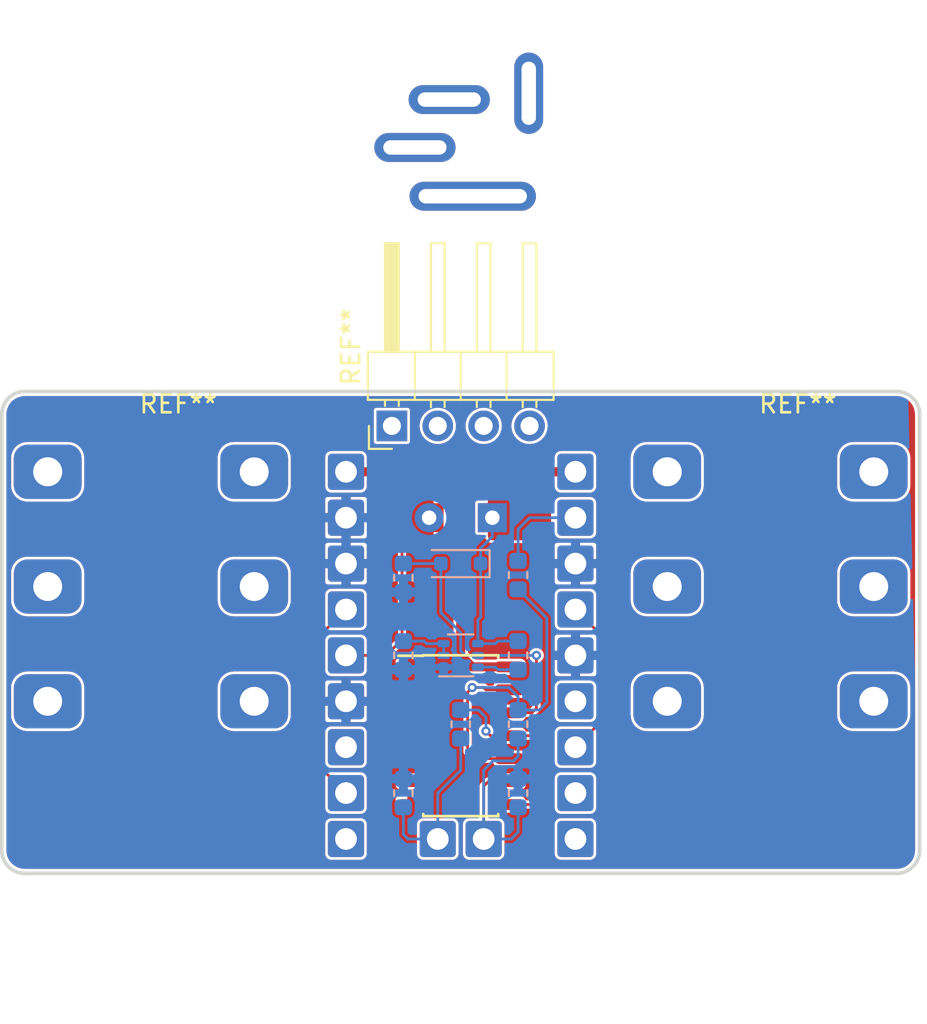
<source format=kicad_pcb>
(kicad_pcb (version 20171130) (host pcbnew "(5.0.2)-1")
  (layers (0 F.Cu signal) (31 B.Cu signal) (34 B.Paste user) (35 F.Paste user) (36 B.SilkS user) (37 F.SilkS user) (38 B.Mask user) (39 F.Mask user) (44 Edge.Cuts user))
  (net 0 "")
  (net 1 GND)
  (net 2 "Net-(Q1-Pad2)")
  (net 3 "Net-(D2-Pad2)")
  (net 4 "Net-(Q1-Pad6)")
  (net 5 /SW_2)
  (net 6 "Net-(R1-Pad2)")
  (net 7 /SW_1)
  (net 8 "Net-(R2-Pad1)")
  (net 9 +9.0VDC)
  (net 10 /LED_-)
  (net 11 /IN)
  (net 12 /SND)
  (net 13 /RTN)
  (net 14 /OUT)
  (net 15 "Net-(C3-Pad1)")
  (net 16 /CAP_-)
  (net 17 "Net-(J2-Pad2)")
  (net 18 "Net-(U1-Pad4)")
  (net 19 "Net-(U1-Pad6)")
  (net 20 "Net-(U1-Pad2)")
  (net 21 "Net-(J2-Pad5)")
  (net 22 "Net-(J1-Pad5)")
  (module SA_Jacks_Audio:Neutrik_NRJ6HM-1 (layer F.Cu) (at 140.58 84.15)
    (fp_text reference REF** (at 0 1) (layer F.SilkS))
    (fp_text value Neutrik_NRJ6HM-1)
    (pad SN thru_hole roundrect (at 4.2 4.75) (size 3.75 3) (drill 1.6) (layers *.Cu *.Mask))
    (pad RN thru_hole roundrect (at 4.2 11.1) (size 3.75 3) (drill 1.6) (layers *.Cu *.Mask))
    (pad TN thru_hole roundrect (at 4.2 17.45) (size 3.75 3) (drill 1.6) (layers *.Cu *.Mask))
    (pad T thru_hole roundrect (at -7.23 17.45) (size 3.75 3) (drill 1.6) (layers *.Cu *.Mask) (net 11 /IN))
    (pad R thru_hole roundrect (at -7.23 11.1) (size 3.75 3) (drill 1.6) (layers *.Cu *.Mask))
    (pad S thru_hole roundrect (at -7.23 4.75) (size 3.75 3) (drill 1.6) (layers *.Cu *.Mask))
    (pad CHASSIS thru_hole roundrect (at -7.23 4.75) (size 3.75 3) (drill 1.6) (layers *.Cu *.Mask))
  )
  (module SA_Capacitors_SMD:Nichicon_UWT1E101MCL1GS_100uF_25V_6.3x7.7mm (layer F.Cu) (at 156.21 91.44 180)
    (fp_text reference C3 hide)
    (fp_text value Nichicon_UWT_100uF_25V)
    (pad 1 smd roundrect (at -2.7 0 180) (size 3.5 1.6) (layers F.Cu F.Paste F.Mask) (roundrect_rratio 0.15625) (net 15 "Net-(C3-Pad1)"))
    (pad 2 smd roundrect (at 2.7 0 180) (size 3.5 1.6) (layers F.Cu F.Paste F.Mask) (roundrect_rratio 0.15625) (net 16 /CAP_-))
  )
  (module SA_Capacitors_THT:Capacitor_Electrolytic_Radial_D8.0_H11.5_P3.5 (layer F.Cu) (at 156.21 91.44 180)
    (fp_text reference C5 hide)
    (fp_text value CP_220uF_25V_D8.0_H11.5_P3.5)
    (pad 1 thru_hole rect (at -1.75 0 180) (size 1.6 1.6) (drill 0.8) (layers *.Cu *.Mask) (net 15 "Net-(C3-Pad1)"))
    (pad 2 thru_hole circle (at 1.75 0 180) (size 1.6 1.6) (drill 0.8) (layers *.Cu *.Mask) (net 16 /CAP_-))
  )
  (module SA_Capacitors_SMD:Nichicon_UWT1E221MNL1GS_220uF_25V_8.0x10.0mm (layer F.Cu) (at 156.21 91.44 180)
    (fp_text reference C4 hide)
    (fp_text value Nichicon_UWT_220uF_25V)
    (pad 1 smd roundrect (at -3.25 0 180) (size 3.5 2.5) (layers F.Cu F.Paste F.Mask) (roundrect_rratio 0.1) (net 15 "Net-(C3-Pad1)"))
    (pad 2 smd roundrect (at 3.25 0 180) (size 3.5 2.5) (layers F.Cu F.Paste F.Mask) (roundrect_rratio 0.1) (net 16 /CAP_-))
  )
  (module SA_Connectors_Wire:Wire_Pad_2x_1.0mm_Hole_1.5_Annular_2.54mm_Pitch (layer F.Cu) (at 149.86 90.17 270)
    (fp_text reference J3 hide)
    (fp_text value Conn_01x02 hide)
    (pad 1 thru_hole roundrect (at -1.27 0 270) (size 2 2) (drill 1.2) (layers *.Cu *.Mask) (roundrect_rratio 0.1) (net 9 +9.0VDC))
    (pad 2 thru_hole roundrect (at 1.27 0 270) (size 2 2) (drill 1.2) (layers *.Cu *.Mask) (roundrect_rratio 0.1) (net 1 GND))
  )
  (module SA_Connectors_Wire:Wire_Pad_2x_1.0mm_Hole_1.5_Annular_2.54mm_Pitch (layer F.Cu) (at 149.86 95.25 90)
    (fp_text reference J4 hide)
    (fp_text value Conn_01x02 hide)
    (pad 2 thru_hole roundrect (at 1.27 0 90) (size 2 2) (drill 1.2) (layers *.Cu *.Mask) (roundrect_rratio 0.1) (net 1 GND))
    (pad 1 thru_hole roundrect (at -1.27 0 90) (size 2 2) (drill 1.2) (layers *.Cu *.Mask) (roundrect_rratio 0.1) (net 11 /IN))
  )
  (module SA_Connectors_Wire:Wire_Pad_2x_1.0mm_Hole_1.5_Annular_2.54mm_Pitch (layer F.Cu) (at 162.56 95.25 90)
    (fp_text reference J5 hide)
    (fp_text value Conn_01x02 hide)
    (pad 1 thru_hole roundrect (at -1.27 0 90) (size 2 2) (drill 1.2) (layers *.Cu *.Mask) (roundrect_rratio 0.1) (net 14 /OUT))
    (pad 2 thru_hole roundrect (at 1.27 0 90) (size 2 2) (drill 1.2) (layers *.Cu *.Mask) (roundrect_rratio 0.1) (net 1 GND))
  )
  (module SA_Connectors_Wire:Wire_Pad_2x_1.0mm_Hole_1.5_Annular_2.54mm_Pitch (layer F.Cu) (at 156.21 109.22 180)
    (fp_text reference SW1 hide)
    (fp_text value SW_Push hide)
    (pad 1 thru_hole roundrect (at -1.27 0 180) (size 2 2) (drill 1.2) (layers *.Cu *.Mask) (roundrect_rratio 0.1) (net 5 /SW_2))
    (pad 2 thru_hole roundrect (at 1.27 0 180) (size 2 2) (drill 1.2) (layers *.Cu *.Mask) (roundrect_rratio 0.1) (net 7 /SW_1))
  )
  (module Connector_PinHeader_2.54mm:PinHeader_1x05_P2.54mm_Vertical (layer F.Cu) (at 162.56 99.06)
    (fp_text reference J2 hide)
    (fp_text value PinHeader_1x05_P2.54mm_Vertical_Bottom hide)
    (pad 5 thru_hole roundrect (at 0 10.16) (size 2 2) (drill 1.2) (layers *.Cu *.Mask) (roundrect_rratio 0.1) (net 21 "Net-(J2-Pad5)"))
    (pad 4 thru_hole roundrect (at 0 7.62) (size 2 2) (drill 1.2) (layers *.Cu *.Mask) (roundrect_rratio 0.1) (net 13 /RTN))
    (pad 3 thru_hole roundrect (at 0 5.08) (size 2 2) (drill 1.2) (layers *.Cu *.Mask) (roundrect_rratio 0.1) (net 14 /OUT))
    (pad 2 thru_hole roundrect (at 0 2.54) (size 2 2) (drill 1.2) (layers *.Cu *.Mask) (roundrect_rratio 0.1) (net 17 "Net-(J2-Pad2)"))
    (pad 1 thru_hole roundrect (at 0 0) (size 2 2) (drill 1.2) (layers *.Cu *.Mask) (roundrect_rratio 0.1) (net 1 GND))
  )
  (module Connector_PinHeader_2.54mm:PinHeader_1x05_P2.54mm_Vertical (layer F.Cu) (at 149.86 99.06)
    (fp_text reference J1 hide)
    (fp_text value PinHeader_1x05_P2.54mm_Vertical_Bottom hide)
    (pad 1 thru_hole roundrect (at 0 0) (size 2 2) (drill 1.2) (layers *.Cu *.Mask) (roundrect_rratio 0.1) (net 16 /CAP_-))
    (pad 2 thru_hole roundrect (at 0 2.54) (size 2 2) (drill 1.2) (layers *.Cu *.Mask) (roundrect_rratio 0.1) (net 1 GND))
    (pad 3 thru_hole roundrect (at 0 5.08) (size 2 2) (drill 1.2) (layers *.Cu *.Mask) (roundrect_rratio 0.1) (net 12 /SND))
    (pad 4 thru_hole roundrect (at 0 7.62) (size 2 2) (drill 1.2) (layers *.Cu *.Mask) (roundrect_rratio 0.1) (net 11 /IN))
    (pad 5 thru_hole roundrect (at 0 10.16) (size 2 2) (drill 1.2) (layers *.Cu *.Mask) (roundrect_rratio 0.1) (net 22 "Net-(J1-Pad5)"))
  )
  (module SA_CMOS_Logic_SMD:Texas_Instruments_CD40106BM_SOIC-14 (layer F.Cu) (at 156.21 103.505)
    (fp_text reference U1 hide)
    (fp_text value Texas_Instruments_CD40106BM)
    (fp_line (start -2.075 -4.45) (end -2.075 -4.425) (layer F.SilkS) (width 0.15))
    (fp_line (start 2.075 -4.45) (end 2.075 -4.335) (layer F.SilkS) (width 0.15))
    (fp_line (start 2.075 4.45) (end 2.075 4.335) (layer F.SilkS) (width 0.15))
    (fp_line (start -2.075 4.45) (end -2.075 4.335) (layer F.SilkS) (width 0.15))
    (fp_line (start -2.075 -4.45) (end 2.075 -4.45) (layer F.SilkS) (width 0.15))
    (fp_line (start -2.075 4.45) (end 2.075 4.45) (layer F.SilkS) (width 0.15))
    (fp_line (start -2.075 -4.425) (end -3.45 -4.425) (layer F.SilkS) (width 0.15))
    (pad 1 smd roundrect (at -2.7 -3.81) (size 1.5 0.6) (layers F.Cu F.Paste F.Mask) (net 1 GND))
    (pad 2 smd roundrect (at -2.7 -2.54) (size 1.5 0.6) (layers F.Cu F.Paste F.Mask) (net 20 "Net-(U1-Pad2)"))
    (pad 3 smd roundrect (at -2.7 -1.27) (size 1.5 0.6) (layers F.Cu F.Paste F.Mask) (net 1 GND))
    (pad 4 smd roundrect (at -2.7 0) (size 1.5 0.6) (layers F.Cu F.Paste F.Mask) (net 18 "Net-(U1-Pad4)"))
    (pad 5 smd roundrect (at -2.7 1.27) (size 1.5 0.6) (layers F.Cu F.Paste F.Mask) (net 1 GND))
    (pad 6 smd roundrect (at -2.7 2.54) (size 1.5 0.6) (layers F.Cu F.Paste F.Mask) (net 19 "Net-(U1-Pad6)"))
    (pad 7 smd roundrect (at -2.7 3.81) (size 1.5 0.6) (layers F.Cu F.Paste F.Mask) (net 1 GND))
    (pad 8 smd roundrect (at 2.7 3.81) (size 1.5 0.6) (layers F.Cu F.Paste F.Mask) (net 8 "Net-(R2-Pad1)"))
    (pad 9 smd roundrect (at 2.7 2.54) (size 1.5 0.6) (layers F.Cu F.Paste F.Mask) (net 5 /SW_2))
    (pad 10 smd roundrect (at 2.7 1.27) (size 1.5 0.6) (layers F.Cu F.Paste F.Mask) (net 6 "Net-(R1-Pad2)"))
    (pad 11 smd roundrect (at 2.7 0) (size 1.5 0.6) (layers F.Cu F.Paste F.Mask) (net 8 "Net-(R2-Pad1)"))
    (pad 12 smd roundrect (at 2.7 -1.27) (size 1.5 0.6) (layers F.Cu F.Paste F.Mask) (net 3 "Net-(D2-Pad2)"))
    (pad 13 smd roundrect (at 2.7 -2.54) (size 1.5 0.6) (layers F.Cu F.Paste F.Mask) (net 6 "Net-(R1-Pad2)"))
    (pad 14 smd roundrect (at 2.7 -3.81) (size 1.5 0.6) (layers F.Cu F.Paste F.Mask) (net 9 +9.0VDC))
  )
  (module SA_Capacitors_SMD:C_0603_1608M (layer B.Cu) (at 153.035 106.68 90)
    (fp_text reference C2 hide)
    (fp_text value C)
    (fp_line (start -0.162779 -0.51) (end 0.162779 -0.51) (layer B.SilkS) (width 0.12))
    (fp_line (start -0.162779 0.51) (end 0.162779 0.51) (layer B.SilkS) (width 0.12))
    (pad 2 smd roundrect (at 0.7875 0 90) (size 0.875 0.95) (layers B.Cu B.Paste B.Mask) (net 1 GND))
    (pad 1 smd roundrect (at -0.7875 0 90) (size 0.875 0.95) (layers B.Cu B.Paste B.Mask) (net 7 /SW_1))
  )
  (module SA_Capacitors_SMD:C_0603_1608M (layer B.Cu) (at 159.385 106.68 90)
    (fp_text reference C1 hide)
    (fp_text value C)
    (fp_line (start -0.162779 0.51) (end 0.162779 0.51) (layer B.SilkS) (width 0.12))
    (fp_line (start -0.162779 -0.51) (end 0.162779 -0.51) (layer B.SilkS) (width 0.12))
    (pad 1 smd roundrect (at -0.7875 0 90) (size 0.875 0.95) (layers B.Cu B.Paste B.Mask) (net 5 /SW_2))
    (pad 2 smd roundrect (at 0.7875 0 90) (size 0.875 0.95) (layers B.Cu B.Paste B.Mask) (net 1 GND))
  )
  (module SA_Connectors_Wire:Wire_Pad_2x_1.0mm_Hole_1.5_Annular (layer F.Cu) (at 162.56 90.17 90)
    (fp_text reference D1 hide)
    (fp_text value LED_INDICATOR hide)
    (pad 1 thru_hole roundrect (at -1.27 0 90) (size 2 2) (drill 1.2) (layers *.Cu *.Mask) (roundrect_rratio 0.1) (net 10 /LED_-))
    (pad 2 thru_hole roundrect (at 1.27 0 90) (size 2 2) (drill 1.2) (layers *.Cu *.Mask) (roundrect_rratio 0.1) (net 9 +9.0VDC))
  )
  (module SA_Diodes_SMD:ON_Semi_1N4148WS_SOD-323F-2 (layer B.Cu) (at 156.21 93.98 180)
    (fp_text reference D2 hide)
    (fp_text value ON_Semi_1N4148WS)
    (fp_line (start -1.6 0.75) (end 1.6 0.75) (layer B.SilkS) (width 0.12))
    (fp_line (start -1.6 -0.75) (end 1.6 -0.75) (layer B.SilkS) (width 0.12))
    (fp_line (start -1.6 0.75) (end -1.6 -0.75) (layer B.SilkS) (width 0.12))
    (pad 2 smd roundrect (at 1.1 0 180) (size 0.75 0.75) (layers B.Cu B.Paste B.Mask) (net 3 "Net-(D2-Pad2)"))
    (pad 1 smd roundrect (at -1.1 0 180) (size 0.75 0.75) (layers B.Cu B.Paste B.Mask) (net 15 "Net-(C3-Pad1)"))
  )
  (module SA_Resistors_SMD:R_0603_1608M (layer B.Cu) (at 159.385 99.06 270)
    (fp_text reference R6 hide)
    (fp_text value 47R)
    (fp_line (start -0.162779 -0.51) (end 0.162779 -0.51) (layer B.SilkS) (width 0.12))
    (fp_line (start -0.162779 0.51) (end 0.162779 0.51) (layer B.SilkS) (width 0.12))
    (pad 2 smd roundrect (at 0.7875 0 270) (size 0.875 0.95) (layers B.Cu B.Paste B.Mask) (net 4 "Net-(Q1-Pad6)"))
    (pad 1 smd roundrect (at -0.7875 0 270) (size 0.875 0.95) (layers B.Cu B.Paste B.Mask) (net 15 "Net-(C3-Pad1)"))
  )
  (module SA_Resistors_SMD:R_0603_1608M (layer B.Cu) (at 153.035 99.06 270)
    (fp_text reference R5 hide)
    (fp_text value 15k)
    (fp_line (start -0.162779 0.51) (end 0.162779 0.51) (layer B.SilkS) (width 0.12))
    (fp_line (start -0.162779 -0.51) (end 0.162779 -0.51) (layer B.SilkS) (width 0.12))
    (pad 1 smd roundrect (at -0.7875 0 270) (size 0.875 0.95) (layers B.Cu B.Paste B.Mask) (net 2 "Net-(Q1-Pad2)"))
    (pad 2 smd roundrect (at 0.7875 0 270) (size 0.875 0.95) (layers B.Cu B.Paste B.Mask) (net 1 GND))
  )
  (module SA_Resistors_SMD:R_0603_1608M (layer B.Cu) (at 153.035 94.7675 270)
    (fp_text reference R4 hide)
    (fp_text value 150k)
    (fp_line (start -0.162779 -0.51) (end 0.162779 -0.51) (layer B.SilkS) (width 0.12))
    (fp_line (start -0.162779 0.51) (end 0.162779 0.51) (layer B.SilkS) (width 0.12))
    (pad 2 smd roundrect (at 0.7875 0 270) (size 0.875 0.95) (layers B.Cu B.Paste B.Mask) (net 1 GND))
    (pad 1 smd roundrect (at -0.7875 0 270) (size 0.875 0.95) (layers B.Cu B.Paste B.Mask) (net 3 "Net-(D2-Pad2)"))
  )
  (module SA_Resistors_SMD:R_0603_1608M (layer B.Cu) (at 159.385 94.615 270)
    (fp_text reference R3 hide)
    (fp_text value CLR)
    (fp_line (start -0.162779 0.51) (end 0.162779 0.51) (layer B.SilkS) (width 0.12))
    (fp_line (start -0.162779 -0.51) (end 0.162779 -0.51) (layer B.SilkS) (width 0.12))
    (pad 1 smd roundrect (at -0.7875 0 270) (size 0.875 0.95) (layers B.Cu B.Paste B.Mask) (net 10 /LED_-))
    (pad 2 smd roundrect (at 0.7875 0 270) (size 0.875 0.95) (layers B.Cu B.Paste B.Mask) (net 6 "Net-(R1-Pad2)"))
  )
  (module SA_Resistors_SMD:R_0603_1608M (layer B.Cu) (at 156.21 102.87 270)
    (fp_text reference R2 hide)
    (fp_text value 100k)
    (fp_line (start -0.162779 -0.51) (end 0.162779 -0.51) (layer B.SilkS) (width 0.12))
    (fp_line (start -0.162779 0.51) (end 0.162779 0.51) (layer B.SilkS) (width 0.12))
    (pad 2 smd roundrect (at 0.7875 0 270) (size 0.875 0.95) (layers B.Cu B.Paste B.Mask) (net 7 /SW_1))
    (pad 1 smd roundrect (at -0.7875 0 270) (size 0.875 0.95) (layers B.Cu B.Paste B.Mask) (net 8 "Net-(R2-Pad1)"))
  )
  (module SA_Resistors_SMD:R_0603_1608M (layer B.Cu) (at 159.385 102.87 90)
    (fp_text reference R1 hide)
    (fp_text value 100k)
    (fp_line (start -0.162779 0.51) (end 0.162779 0.51) (layer B.SilkS) (width 0.12))
    (fp_line (start -0.162779 -0.51) (end 0.162779 -0.51) (layer B.SilkS) (width 0.12))
    (pad 1 smd roundrect (at -0.7875 0 90) (size 0.875 0.95) (layers B.Cu B.Paste B.Mask) (net 5 /SW_2))
    (pad 2 smd roundrect (at 0.7875 0 90) (size 0.875 0.95) (layers B.Cu B.Paste B.Mask) (net 6 "Net-(R1-Pad2)"))
  )
  (module SA_Transistors_BJT_SMD:ON_Semi_MBT3946DW1T1G_SOT-363_SC-70-6_SC-80 (layer B.Cu) (at 156.21 99.06)
    (fp_text reference Q1 hide)
    (fp_text value ON_Semi_MBT3946DW1T1G)
    (fp_line (start 0.7 1.16) (end -1.2 1.16) (layer B.SilkS) (width 0.12))
    (fp_line (start -0.7 -1.16) (end 0.7 -1.16) (layer B.SilkS) (width 0.12))
    (pad 1 smd roundrect (at -0.95 0.65) (size 0.65 0.4) (layers B.Cu B.Paste B.Mask) (net 1 GND))
    (pad 3 smd roundrect (at -0.95 -0.65) (size 0.65 0.4) (layers B.Cu B.Paste B.Mask) (net 2 "Net-(Q1-Pad2)"))
    (pad 5 smd roundrect (at 0.95 0) (size 0.65 0.4) (layers B.Cu B.Paste B.Mask) (net 3 "Net-(D2-Pad2)"))
    (pad 2 smd roundrect (at -0.95 0) (size 0.65 0.4) (layers B.Cu B.Paste B.Mask) (net 2 "Net-(Q1-Pad2)"))
    (pad 4 smd roundrect (at 0.95 -0.65) (size 0.65 0.4) (layers B.Cu B.Paste B.Mask) (net 15 "Net-(C3-Pad1)"))
    (pad 6 smd roundrect (at 0.95 0.65) (size 0.65 0.4) (layers B.Cu B.Paste B.Mask) (net 4 "Net-(Q1-Pad6)"))
  )
  (module SA_Jacks_Audio:Neutrik_NRJ6HM-1 (layer F.Cu) (at 174.87 84.15)
    (fp_text reference REF** (at 0 1) (layer F.SilkS))
    (fp_text value Neutrik_NRJ6HM-1)
    (pad CHASSIS thru_hole roundrect (at -7.23 4.75) (size 3.75 3) (drill 1.6) (layers *.Cu *.Mask))
    (pad S thru_hole roundrect (at -7.23 4.75) (size 3.75 3) (drill 1.6) (layers *.Cu *.Mask))
    (pad R thru_hole roundrect (at -7.23 11.1) (size 3.75 3) (drill 1.6) (layers *.Cu *.Mask))
    (pad T thru_hole roundrect (at -7.23 17.45) (size 3.75 3) (drill 1.6) (layers *.Cu *.Mask) (net 14 /OUT))
    (pad TN thru_hole roundrect (at 4.2 17.45) (size 3.75 3) (drill 1.6) (layers *.Cu *.Mask))
    (pad RN thru_hole roundrect (at 4.2 11.1) (size 3.75 3) (drill 1.6) (layers *.Cu *.Mask))
    (pad SN thru_hole roundrect (at 4.2 4.75) (size 3.75 3) (drill 1.6) (layers *.Cu *.Mask))
  )
  (module Connector_PinHeader_2.54mm:PinHeader_1x04_P2.54mm_Horizontal (layer F.Cu) (at 152.4 86.36 90)
    (fp_text reference REF** (at 4.385 -2.27 90) (layer F.SilkS))
    (fp_text value PinHeader_1x04_P2.54mm_Horizontal)
    (fp_line (start -1.27 -1.27) (end 0 -1.27) (layer F.SilkS) (width 0.12))
    (fp_line (start -1.27 0) (end -1.27 -1.27) (layer F.SilkS) (width 0.12))
    (fp_line (start 1.042929 8) (end 1.44 8) (layer F.SilkS) (width 0.12))
    (fp_line (start 1.042929 7.24) (end 1.44 7.24) (layer F.SilkS) (width 0.12))
    (fp_line (start 10.1 8) (end 4.1 8) (layer F.SilkS) (width 0.12))
    (fp_line (start 10.1 7.24) (end 10.1 8) (layer F.SilkS) (width 0.12))
    (fp_line (start 4.1 7.24) (end 10.1 7.24) (layer F.SilkS) (width 0.12))
    (fp_line (start 1.44 6.35) (end 4.1 6.35) (layer F.SilkS) (width 0.12))
    (fp_line (start 1.042929 5.46) (end 1.44 5.46) (layer F.SilkS) (width 0.12))
    (fp_line (start 1.042929 4.7) (end 1.44 4.7) (layer F.SilkS) (width 0.12))
    (fp_line (start 10.1 5.46) (end 4.1 5.46) (layer F.SilkS) (width 0.12))
    (fp_line (start 10.1 4.7) (end 10.1 5.46) (layer F.SilkS) (width 0.12))
    (fp_line (start 4.1 4.7) (end 10.1 4.7) (layer F.SilkS) (width 0.12))
    (fp_line (start 1.44 3.81) (end 4.1 3.81) (layer F.SilkS) (width 0.12))
    (fp_line (start 1.042929 2.92) (end 1.44 2.92) (layer F.SilkS) (width 0.12))
    (fp_line (start 1.042929 2.16) (end 1.44 2.16) (layer F.SilkS) (width 0.12))
    (fp_line (start 10.1 2.92) (end 4.1 2.92) (layer F.SilkS) (width 0.12))
    (fp_line (start 10.1 2.16) (end 10.1 2.92) (layer F.SilkS) (width 0.12))
    (fp_line (start 4.1 2.16) (end 10.1 2.16) (layer F.SilkS) (width 0.12))
    (fp_line (start 1.44 1.27) (end 4.1 1.27) (layer F.SilkS) (width 0.12))
    (fp_line (start 1.11 0.38) (end 1.44 0.38) (layer F.SilkS) (width 0.12))
    (fp_line (start 1.11 -0.38) (end 1.44 -0.38) (layer F.SilkS) (width 0.12))
    (fp_line (start 4.1 0.28) (end 10.1 0.28) (layer F.SilkS) (width 0.12))
    (fp_line (start 4.1 0.16) (end 10.1 0.16) (layer F.SilkS) (width 0.12))
    (fp_line (start 4.1 0.04) (end 10.1 0.04) (layer F.SilkS) (width 0.12))
    (fp_line (start 4.1 -0.08) (end 10.1 -0.08) (layer F.SilkS) (width 0.12))
    (fp_line (start 4.1 -0.2) (end 10.1 -0.2) (layer F.SilkS) (width 0.12))
    (fp_line (start 4.1 -0.32) (end 10.1 -0.32) (layer F.SilkS) (width 0.12))
    (fp_line (start 10.1 0.38) (end 4.1 0.38) (layer F.SilkS) (width 0.12))
    (fp_line (start 10.1 -0.38) (end 10.1 0.38) (layer F.SilkS) (width 0.12))
    (fp_line (start 4.1 -0.38) (end 10.1 -0.38) (layer F.SilkS) (width 0.12))
    (fp_line (start 4.1 -1.33) (end 1.44 -1.33) (layer F.SilkS) (width 0.12))
    (fp_line (start 4.1 8.95) (end 4.1 -1.33) (layer F.SilkS) (width 0.12))
    (fp_line (start 1.44 8.95) (end 4.1 8.95) (layer F.SilkS) (width 0.12))
    (fp_line (start 1.44 -1.33) (end 1.44 8.95) (layer F.SilkS) (width 0.12))
    (pad 4 thru_hole oval (at 0 7.62 90) (size 1.7 1.7) (drill 1) (layers *.Cu *.Mask))
    (pad 3 thru_hole oval (at 0 5.08 90) (size 1.7 1.7) (drill 1) (layers *.Cu *.Mask))
    (pad 2 thru_hole oval (at 0 2.54 90) (size 1.7 1.7) (drill 1) (layers *.Cu *.Mask))
    (pad 1 thru_hole rect (at 0 0 90) (size 1.7 1.7) (drill 1) (layers *.Cu *.Mask))
  )
  (module SA_Jacks_DC:Lumberg_Combined_Bottom (layer F.Cu) (at 155.575 69.85)
    (fp_text reference J1 hide)
    (fp_text value Lumberg_Combined_Bottom)
    (pad 1 thru_hole oval (at 0 -1.55) (size 4.5 1.6) (drill oval 3.5 0.8) (layers *.Cu *.Mask))
    (pad 1 thru_hole oval (at 4.4 -1.9) (size 1.6 4.5) (drill oval 0.8 3.5) (layers *.Cu *.Mask))
    (pad 2 thru_hole oval (at 1.3 3.8) (size 7 1.6) (drill oval 6 0.8) (layers *.Cu *.Mask))
    (pad 3 thru_hole oval (at -1.9 1.1) (size 4.5 1.6) (drill oval 3.5 0.8) (layers *.Cu *.Mask))
  )
  (gr_arc (start 132.08 109.855) (end 130.81 109.855) (angle -90) (layer Edge.Cuts) (width 0.2))
  (gr_arc (start 132.08 85.725) (end 132.08 84.455) (angle -90) (layer Edge.Cuts) (width 0.2))
  (gr_arc (start 180.34 85.725) (end 181.61 85.725) (angle -90) (layer Edge.Cuts) (width 0.2))
  (gr_arc (start 180.34 109.855) (end 180.34 111.125) (angle -90) (layer Edge.Cuts) (width 0.2))
  (gr_line (start 132.08 84.455) (end 180.34 84.455) (layer Edge.Cuts) (width 0.2))
  (gr_line (start 130.81 109.855) (end 130.81 85.725) (layer Edge.Cuts) (width 0.2))
  (gr_line (start 180.34 111.125) (end 132.08 111.125) (layer Edge.Cuts) (width 0.2))
  (gr_line (start 181.61 85.725) (end 181.61 109.855) (layer Edge.Cuts) (width 0.2))
  (segment (start 155.26 99.06) (end 155.26 98.41) (width 0.1524) (layer B.Cu) (net 2))
  (segment (start 155.26 98.41) (end 154.32 98.41) (width 0.1524) (layer B.Cu) (net 2))
  (segment (start 154.1825 98.2725) (end 153.035 98.2725) (width 0.1524) (layer B.Cu) (net 2))
  (segment (start 154.32 98.41) (end 154.1825 98.2725) (width 0.1524) (layer B.Cu) (net 2))
  (segment (start 155.11 93.98) (end 153.035 93.98) (width 0.1524) (layer B.Cu) (net 3))
  (segment (start 157.16 99.06) (end 160.401 99.06) (width 0.1524) (layer B.Cu) (net 3))
  (via (at 160.401 99.06) (size 0.508) (drill 0.254) (layers F.Cu B.Cu) (net 3))
  (segment (start 160.401 99.41921) (end 160.401 99.06) (width 0.1524) (layer F.Cu) (net 3))
  (segment (start 160.401 101.981) (end 160.401 99.41921) (width 0.1524) (layer F.Cu) (net 3))
  (segment (start 158.91 102.235) (end 160.147 102.235) (width 0.1524) (layer F.Cu) (net 3))
  (segment (start 160.147 102.235) (end 160.401 101.981) (width 0.1524) (layer F.Cu) (net 3))
  (segment (start 155.11 96.69) (end 155.11 93.98) (width 0.1524) (layer B.Cu) (net 3))
  (segment (start 156.21 97.79) (end 155.11 96.69) (width 0.1524) (layer B.Cu) (net 3))
  (segment (start 156.21 98.806) (end 156.21 97.79) (width 0.1524) (layer B.Cu) (net 3))
  (segment (start 157.16 99.06) (end 156.464 99.06) (width 0.1524) (layer B.Cu) (net 3))
  (segment (start 156.464 99.06) (end 156.21 98.806) (width 0.1524) (layer B.Cu) (net 3))
  (segment (start 158.13 99.71) (end 157.16 99.71) (width 0.1524) (layer B.Cu) (net 4))
  (segment (start 159.385 99.8475) (end 158.2675 99.8475) (width 0.1524) (layer B.Cu) (net 4))
  (segment (start 158.2675 99.8475) (end 158.13 99.71) (width 0.1524) (layer B.Cu) (net 4))
  (segment (start 157.48 106.299) (end 157.48 109.22) (width 0.1524) (layer F.Cu) (net 5))
  (segment (start 158.91 106.045) (end 157.734 106.045) (width 0.1524) (layer F.Cu) (net 5))
  (segment (start 157.734 106.045) (end 157.48 106.299) (width 0.1524) (layer F.Cu) (net 5))
  (segment (start 157.48 105.41) (end 157.48 109.22) (width 0.1524) (layer B.Cu) (net 5))
  (segment (start 157.988 104.902) (end 157.48 105.41) (width 0.1524) (layer B.Cu) (net 5))
  (segment (start 159.131 104.902) (end 157.988 104.902) (width 0.1524) (layer B.Cu) (net 5))
  (segment (start 159.385 103.6575) (end 159.385 104.648) (width 0.1524) (layer B.Cu) (net 5))
  (segment (start 159.385 104.648) (end 159.131 104.902) (width 0.1524) (layer B.Cu) (net 5))
  (segment (start 157.48 109.22) (end 159.004 109.22) (width 0.1524) (layer B.Cu) (net 5))
  (segment (start 159.385 108.839) (end 159.385 107.4675) (width 0.1524) (layer B.Cu) (net 5))
  (segment (start 159.004 109.22) (end 159.385 108.839) (width 0.1524) (layer B.Cu) (net 5))
  (via (at 156.845 100.838) (size 0.508) (drill 0.254) (layers F.Cu B.Cu) (net 6))
  (segment (start 157.48 100.838) (end 156.845 100.838) (width 0.1524) (layer F.Cu) (net 6))
  (segment (start 158.91 100.965) (end 157.607 100.965) (width 0.1524) (layer F.Cu) (net 6))
  (segment (start 157.607 100.965) (end 157.48 100.838) (width 0.1524) (layer F.Cu) (net 6))
  (segment (start 157.48 100.838) (end 156.845 100.838) (width 0.1524) (layer B.Cu) (net 6))
  (segment (start 158.877 100.838) (end 157.48 100.838) (width 0.1524) (layer B.Cu) (net 6))
  (segment (start 159.385 102.0825) (end 159.385 101.346) (width 0.1524) (layer B.Cu) (net 6))
  (segment (start 159.385 101.346) (end 158.877 100.838) (width 0.1524) (layer B.Cu) (net 6))
  (segment (start 159.96 102.0825) (end 159.385 102.0825) (width 0.1524) (layer B.Cu) (net 6))
  (segment (start 160.5535 102.0825) (end 159.96 102.0825) (width 0.1524) (layer B.Cu) (net 6))
  (segment (start 160.9725 101.6635) (end 160.5535 102.0825) (width 0.1524) (layer B.Cu) (net 6))
  (segment (start 159.385 95.4025) (end 160.9725 96.99) (width 0.1524) (layer B.Cu) (net 6))
  (segment (start 160.9725 96.99) (end 160.9725 101.6635) (width 0.1524) (layer B.Cu) (net 6))
  (segment (start 156.591 101.092) (end 156.845 100.838) (width 0.1524) (layer F.Cu) (net 6))
  (segment (start 156.591 104.394) (end 156.591 101.092) (width 0.1524) (layer F.Cu) (net 6))
  (segment (start 158.91 104.775) (end 156.972 104.775) (width 0.1524) (layer F.Cu) (net 6))
  (segment (start 156.972 104.775) (end 156.591 104.394) (width 0.1524) (layer F.Cu) (net 6))
  (segment (start 156.21 103.6575) (end 156.21 105.41) (width 0.1524) (layer B.Cu) (net 7))
  (segment (start 156.21 105.41) (end 154.94 106.68) (width 0.1524) (layer B.Cu) (net 7))
  (segment (start 154.94 106.68) (end 154.94 109.22) (width 0.1524) (layer B.Cu) (net 7))
  (segment (start 153.035 108.966) (end 153.035 107.4675) (width 0.1524) (layer B.Cu) (net 7))
  (segment (start 154.94 109.22) (end 153.289 109.22) (width 0.1524) (layer B.Cu) (net 7))
  (segment (start 153.289 109.22) (end 153.035 108.966) (width 0.1524) (layer B.Cu) (net 7))
  (via (at 157.607 103.251) (size 0.508) (drill 0.254) (layers F.Cu B.Cu) (net 8))
  (segment (start 158.91 103.505) (end 157.860999 103.504999) (width 0.1524) (layer F.Cu) (net 8))
  (segment (start 157.860999 103.504999) (end 157.607 103.251) (width 0.1524) (layer F.Cu) (net 8))
  (segment (start 157.607 102.489) (end 157.607 103.251) (width 0.1524) (layer B.Cu) (net 8))
  (segment (start 156.21 102.0825) (end 157.2005 102.0825) (width 0.1524) (layer B.Cu) (net 8))
  (segment (start 157.2005 102.0825) (end 157.607 102.489) (width 0.1524) (layer B.Cu) (net 8))
  (segment (start 160.2105 103.505) (end 158.91 103.505) (width 0.1524) (layer F.Cu) (net 8))
  (segment (start 160.4645 103.759) (end 160.2105 103.505) (width 0.1524) (layer F.Cu) (net 8))
  (segment (start 160.4645 106.9975) (end 160.4645 103.759) (width 0.1524) (layer F.Cu) (net 8))
  (segment (start 158.91 107.315) (end 160.147 107.315) (width 0.1524) (layer F.Cu) (net 8))
  (segment (start 160.147 107.315) (end 160.4645 106.9975) (width 0.1524) (layer F.Cu) (net 8))
  (segment (start 162.56 88.9) (end 161.46 88.9) (width 0.5) (layer F.Cu) (net 9))
  (segment (start 161.46 88.9) (end 156.21 88.9) (width 0.5) (layer F.Cu) (net 9))
  (segment (start 156.21 88.9) (end 149.86 88.9) (width 0.5) (layer F.Cu) (net 9))
  (segment (start 156.845 99.695) (end 158.91 99.695) (width 0.5) (layer F.Cu) (net 9))
  (segment (start 156.21 88.9) (end 156.21 99.06) (width 0.5) (layer F.Cu) (net 9))
  (segment (start 156.21 99.06) (end 156.845 99.695) (width 0.5) (layer F.Cu) (net 9))
  (segment (start 160.02 91.44) (end 162.56 91.44) (width 0.1524) (layer B.Cu) (net 10))
  (segment (start 159.385 93.8275) (end 159.385 92.075) (width 0.1524) (layer B.Cu) (net 10))
  (segment (start 159.385 92.075) (end 160.02 91.44) (width 0.1524) (layer B.Cu) (net 10))
  (segment (start 148.847869 97.532131) (end 149.86 96.52) (width 0.1524) (layer F.Cu) (net 11))
  (segment (start 148.63139 97.74861) (end 148.847869 97.532131) (width 0.1524) (layer F.Cu) (net 11))
  (segment (start 148.63139 105.45139) (end 148.63139 97.74861) (width 0.1524) (layer F.Cu) (net 11))
  (segment (start 149.86 106.68) (end 148.63139 105.45139) (width 0.1524) (layer F.Cu) (net 11))
  (segment (start 163.572131 103.127869) (end 162.56 104.14) (width 0.1524) (layer F.Cu) (net 14))
  (segment (start 163.83 102.87) (end 163.572131 103.127869) (width 0.1524) (layer F.Cu) (net 14))
  (segment (start 162.56 96.52) (end 163.83 97.79) (width 0.1524) (layer F.Cu) (net 14))
  (segment (start 163.83 97.79) (end 163.83 102.87) (width 0.1524) (layer F.Cu) (net 14))
  (segment (start 157.16 98.41) (end 157.16 97.094) (width 0.1524) (layer B.Cu) (net 15))
  (segment (start 157.31 96.944) (end 157.31 93.98) (width 0.1524) (layer B.Cu) (net 15))
  (segment (start 157.16 97.094) (end 157.31 96.944) (width 0.1524) (layer B.Cu) (net 15))
  (segment (start 157.96 92.484) (end 157.96 91.44) (width 0.1524) (layer B.Cu) (net 15))
  (segment (start 157.31 93.98) (end 157.31 93.134) (width 0.1524) (layer B.Cu) (net 15))
  (segment (start 157.31 93.134) (end 157.96 92.484) (width 0.1524) (layer B.Cu) (net 15))
  (segment (start 158.13 98.41) (end 157.16 98.41) (width 0.1524) (layer B.Cu) (net 15))
  (segment (start 159.385 98.2725) (end 158.2675 98.2725) (width 0.1524) (layer B.Cu) (net 15))
  (segment (start 158.2675 98.2725) (end 158.13 98.41) (width 0.1524) (layer B.Cu) (net 15))
  (segment (start 152.96 98.1825) (end 152.96 91.44) (width 0.1524) (layer F.Cu) (net 16))
  (segment (start 149.86 99.06) (end 152.0825 99.06) (width 0.1524) (layer F.Cu) (net 16))
  (segment (start 152.0825 99.06) (end 152.96 98.1825) (width 0.1524) (layer F.Cu) (net 16))
  (zone (net 1) (net_name GND) (layer F.Cu) (connect_pads (clearance 0.1524)) (min_thickness 0.1524) (fill yes (arc_segments 32) (thermal_gap 0.1524) (thermal_bridge_width 0.508))
    (polygon (pts (xy 181.61 84.455) (xy 130.81 84.455) (xy 130.81 111.125) (xy 181.61 111.125)))
  )
  (zone (net 1) (net_name GND) (layer B.Cu) (connect_pads (clearance 0.1524)) (min_thickness 0.1524) (fill yes (arc_segments 32) (thermal_gap 0.1524) (thermal_bridge_width 0.508))
    (polygon (pts (xy 180.975 84.455) (xy 181.61 111.125) (xy 130.81 111.125) (xy 130.81 84.455)))
  )
)
</source>
